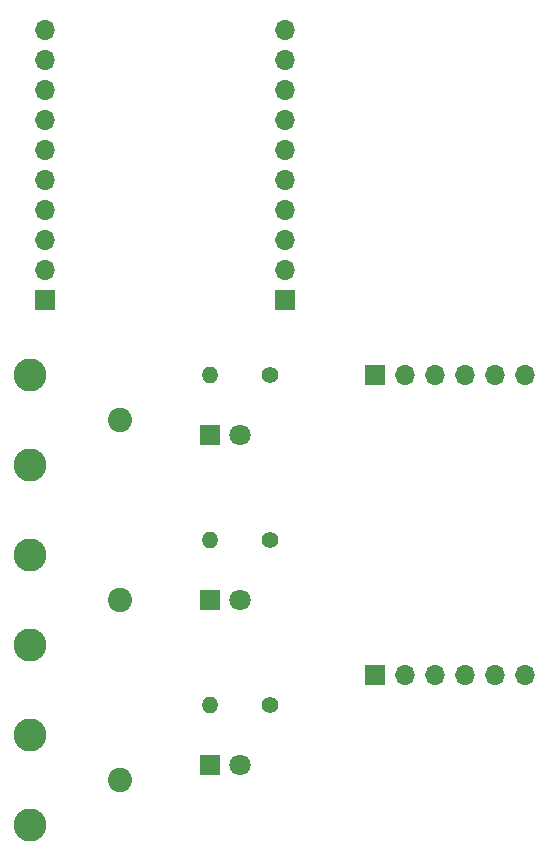
<source format=gbr>
%TF.GenerationSoftware,KiCad,Pcbnew,(5.1.9)-1*%
%TF.CreationDate,2021-06-24T15:24:35+01:00*%
%TF.ProjectId,usteppers_hat,75737465-7070-4657-9273-5f6861742e6b,rev?*%
%TF.SameCoordinates,Original*%
%TF.FileFunction,Copper,L2,Bot*%
%TF.FilePolarity,Positive*%
%FSLAX46Y46*%
G04 Gerber Fmt 4.6, Leading zero omitted, Abs format (unit mm)*
G04 Created by KiCad (PCBNEW (5.1.9)-1) date 2021-06-24 15:24:35*
%MOMM*%
%LPD*%
G01*
G04 APERTURE LIST*
%TA.AperFunction,ComponentPad*%
%ADD10C,2.790000*%
%TD*%
%TA.AperFunction,ComponentPad*%
%ADD11C,2.055000*%
%TD*%
%TA.AperFunction,ComponentPad*%
%ADD12O,1.400000X1.400000*%
%TD*%
%TA.AperFunction,ComponentPad*%
%ADD13C,1.400000*%
%TD*%
%TA.AperFunction,ComponentPad*%
%ADD14O,1.700000X1.700000*%
%TD*%
%TA.AperFunction,ComponentPad*%
%ADD15R,1.700000X1.700000*%
%TD*%
%TA.AperFunction,ComponentPad*%
%ADD16C,1.800000*%
%TD*%
%TA.AperFunction,ComponentPad*%
%ADD17R,1.800000X1.800000*%
%TD*%
G04 APERTURE END LIST*
D10*
%TO.P,J5,3*%
%TO.N,Earth*%
X170180000Y-104140000D03*
%TO.P,J5,2*%
X170180000Y-96520000D03*
D11*
%TO.P,J5,1*%
%TO.N,/A0*%
X177800000Y-100330000D03*
%TD*%
D12*
%TO.P,R3,2*%
%TO.N,/A0*%
X185420000Y-96520000D03*
D13*
%TO.P,R3,1*%
%TO.N,Net-(D3-Pad2)*%
X190500000Y-96520000D03*
%TD*%
D12*
%TO.P,R2,2*%
%TO.N,/D4*%
X185420000Y-110490000D03*
D13*
%TO.P,R2,1*%
%TO.N,Net-(D2-Pad2)*%
X190500000Y-110490000D03*
%TD*%
D12*
%TO.P,R1,2*%
%TO.N,/D3*%
X185420000Y-124460000D03*
D13*
%TO.P,R1,1*%
%TO.N,Net-(D1-Pad2)*%
X190500000Y-124460000D03*
%TD*%
D10*
%TO.P,J7,3*%
%TO.N,Earth*%
X170180000Y-119380000D03*
%TO.P,J7,2*%
X170180000Y-111760000D03*
D11*
%TO.P,J7,1*%
%TO.N,/D4*%
X177800000Y-115570000D03*
%TD*%
D10*
%TO.P,J6,3*%
%TO.N,Earth*%
X170180000Y-134620000D03*
%TO.P,J6,2*%
X170180000Y-127000000D03*
D11*
%TO.P,J6,1*%
%TO.N,/D3*%
X177800000Y-130810000D03*
%TD*%
D14*
%TO.P,J4,6*%
%TO.N,/CLK*%
X212090000Y-121920000D03*
%TO.P,J4,5*%
%TO.N,/CS1*%
X209550000Y-121920000D03*
%TO.P,J4,4*%
%TO.N,/D5*%
X207010000Y-121920000D03*
%TO.P,J4,3*%
%TO.N,Earth*%
X204470000Y-121920000D03*
%TO.P,J4,2*%
%TO.N,Net-(J4-Pad2)*%
X201930000Y-121920000D03*
D15*
%TO.P,J4,1*%
%TO.N,/5V*%
X199390000Y-121920000D03*
%TD*%
D14*
%TO.P,J3,6*%
%TO.N,/CLK*%
X212090000Y-96520000D03*
%TO.P,J3,5*%
%TO.N,/CS2*%
X209550000Y-96520000D03*
%TO.P,J3,4*%
%TO.N,/D5*%
X207010000Y-96520000D03*
%TO.P,J3,3*%
%TO.N,Earth*%
X204470000Y-96520000D03*
%TO.P,J3,2*%
%TO.N,Net-(J3-Pad2)*%
X201930000Y-96520000D03*
D15*
%TO.P,J3,1*%
%TO.N,/5V*%
X199390000Y-96520000D03*
%TD*%
D14*
%TO.P,J2,10*%
%TO.N,/RST*%
X191770000Y-67310000D03*
%TO.P,J2,9*%
%TO.N,/3V3*%
X191770000Y-69850000D03*
%TO.P,J2,8*%
%TO.N,/5V*%
X191770000Y-72390000D03*
%TO.P,J2,7*%
%TO.N,Earth*%
X191770000Y-74930000D03*
%TO.P,J2,6*%
X191770000Y-77470000D03*
%TO.P,J2,5*%
%TO.N,/VIN*%
X191770000Y-80010000D03*
%TO.P,J2,4*%
X191770000Y-82550000D03*
%TO.P,J2,3*%
%TO.N,/A0*%
X191770000Y-85090000D03*
%TO.P,J2,2*%
%TO.N,/A2*%
X191770000Y-87630000D03*
D15*
%TO.P,J2,1*%
%TO.N,/A1*%
X191770000Y-90170000D03*
%TD*%
D14*
%TO.P,J1,10*%
%TO.N,Earth*%
X171450000Y-67310000D03*
%TO.P,J1,9*%
%TO.N,/CS2*%
X171450000Y-69850000D03*
%TO.P,J1,8*%
%TO.N,/CLK*%
X171450000Y-72390000D03*
%TO.P,J1,7*%
%TO.N,/CS1*%
X171450000Y-74930000D03*
%TO.P,J1,6*%
%TO.N,/D5*%
X171450000Y-77470000D03*
%TO.P,J1,5*%
%TO.N,/D4*%
X171450000Y-80010000D03*
%TO.P,J1,4*%
%TO.N,/D3*%
X171450000Y-82550000D03*
%TO.P,J1,3*%
%TO.N,/D2*%
X171450000Y-85090000D03*
%TO.P,J1,2*%
%TO.N,/D1*%
X171450000Y-87630000D03*
D15*
%TO.P,J1,1*%
%TO.N,/D0*%
X171450000Y-90170000D03*
%TD*%
D16*
%TO.P,D3,2*%
%TO.N,Net-(D3-Pad2)*%
X187960000Y-101600000D03*
D17*
%TO.P,D3,1*%
%TO.N,Earth*%
X185420000Y-101600000D03*
%TD*%
D16*
%TO.P,D2,2*%
%TO.N,Net-(D2-Pad2)*%
X187960000Y-115570000D03*
D17*
%TO.P,D2,1*%
%TO.N,Earth*%
X185420000Y-115570000D03*
%TD*%
D16*
%TO.P,D1,2*%
%TO.N,Net-(D1-Pad2)*%
X187960000Y-129540000D03*
D17*
%TO.P,D1,1*%
%TO.N,Earth*%
X185420000Y-129540000D03*
%TD*%
M02*

</source>
